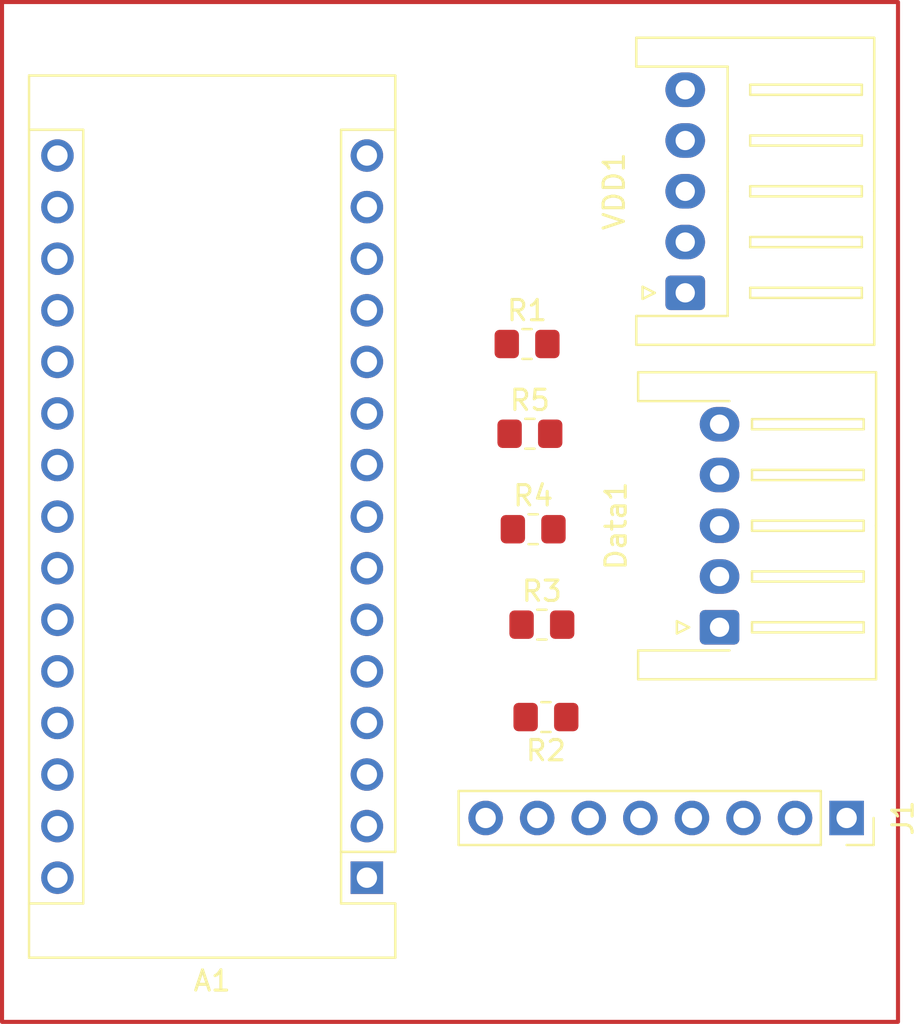
<source format=kicad_pcb>
(kicad_pcb (version 20211014) (generator pcbnew)
  (layers (0 "F.Cu" signal) (31 "B.Cu" signal) (34 "B.Paste" user) (35 "F.Paste" user) (36 "B.SilkS" user "B.Silkscreen") (37 "F.SilkS" user "F.Silkscreen") (38 "B.Mask" user) (39 "F.Mask" user) (44 "Edge.Cuts" user))
  (net 0 "")
  (net 17 "Net-(A1-Pad17)")
  (net 19 "Net-(A1-Pad19)")
  (net 20 "Net-(A1-Pad20)")
  (net 21 "Net-(A1-Pad21)")
  (net 22 "Net-(A1-Pad22)")
  (net 23 "Net-(A1-Pad23)")
  (net 24 "Net-(A1-Pad24)")
  (net 25 "Net-(A1-Pad25)")
  (net 27 "Net-(A1-Pad27)")
  (net 29 "Net-(A1-Pad29)")
  (footprint "Resistor_SMD:R_0805_2012Metric_Pad1.20x1.40mm_HandSolder" (layer "F.Cu") (at 154.85 92.57)
    (fp_text reference "R5" (at 0 -1.65) (layer "F.SilkS"))
    (fp_text value "220")
    (fp_line (start -0.227064 0.735) (end 0.227064 0.735) (layer "F.SilkS") (width 0.12))
    (fp_line (start -0.227064 -0.735) (end 0.227064 -0.735) (layer "F.SilkS") (width 0.12))
    (pad "1" smd roundrect (at -1 0) (size 1.2 1.4) (layers "F.Cu" "F.Paste" "F.Mask") (roundrect_rratio 0.208333) (net 22 "Net-(A1-Pad22)"))
    (pad "2" smd roundrect (at 1 0) (size 1.2 1.4) (layers "F.Cu" "F.Paste" "F.Mask") (roundrect_rratio 0.208333) (net 29 "Net-(A1-Pad29)"))
  )
  (footprint "Module:Arduino_Nano" (layer "F.Cu") (at 146.82 114.43 180)
    (fp_text reference "A1" (at 7.62 -5.08) (layer "F.SilkS"))
    (fp_text value "Arduino_Nano_v2.x")
    (fp_line (start 13.97 -1.27) (end 13.97 36.83) (layer "F.SilkS") (width 0.12))
    (fp_line (start 1.27 1.27) (end -1.4 1.27) (layer "F.SilkS") (width 0.12))
    (fp_line (start 1.27 36.83) (end -1.4 36.83) (layer "F.SilkS") (width 0.12))
    (fp_line (start 16.64 39.5) (end 16.64 -3.94) (layer "F.SilkS") (width 0.12))
    (fp_line (start 13.97 -1.27) (end 16.64 -1.27) (layer "F.SilkS") (width 0.12))
    (fp_line (start -1.4 39.5) (end 16.64 39.5) (layer "F.SilkS") (width 0.12))
    (fp_line (start 1.27 1.27) (end 1.27 -1.27) (layer "F.SilkS") (width 0.12))
    (fp_line (start 1.27 -1.27) (end -1.4 -1.27) (layer "F.SilkS") (width 0.12))
    (fp_line (start 1.27 1.27) (end 1.27 36.83) (layer "F.SilkS") (width 0.12))
    (fp_line (start -1.4 1.27) (end -1.4 39.5) (layer "F.SilkS") (width 0.12))
    (fp_line (start 13.97 36.83) (end 16.64 36.83) (layer "F.SilkS") (width 0.12))
    (fp_line (start 16.64 -3.94) (end -1.4 -3.94) (layer "F.SilkS") (width 0.12))
    (fp_line (start -1.4 -3.94) (end -1.4 -1.27) (layer "F.SilkS") (width 0.12))
    (pad "1" thru_hole rect (at 0 0 180) (size 1.6 1.6) (drill 1) (layers *.Cu *.Mask))
    (pad "2" thru_hole oval (at 0 2.54 180) (size 1.6 1.6) (drill 1) (layers *.Cu *.Mask))
    (pad "3" thru_hole oval (at 0 5.08 180) (size 1.6 1.6) (drill 1) (layers *.Cu *.Mask))
    (pad "4" thru_hole oval (at 0 7.62 180) (size 1.6 1.6) (drill 1) (layers *.Cu *.Mask))
    (pad "5" thru_hole oval (at 0 10.16 180) (size 1.6 1.6) (drill 1) (layers *.Cu *.Mask))
    (pad "6" thru_hole oval (at 0 12.7 180) (size 1.6 1.6) (drill 1) (layers *.Cu *.Mask))
    (pad "7" thru_hole oval (at 0 15.24 180) (size 1.6 1.6) (drill 1) (layers *.Cu *.Mask))
    (pad "8" thru_hole oval (at 0 17.78 180) (size 1.6 1.6) (drill 1) (layers *.Cu *.Mask))
    (pad "9" thru_hole oval (at 0 20.32 180) (size 1.6 1.6) (drill 1) (layers *.Cu *.Mask))
    (pad "10" thru_hole oval (at 0 22.86 180) (size 1.6 1.6) (drill 1) (layers *.Cu *.Mask))
    (pad "11" thru_hole oval (at 0 25.4 180) (size 1.6 1.6) (drill 1) (layers *.Cu *.Mask))
    (pad "12" thru_hole oval (at 0 27.94 180) (size 1.6 1.6) (drill 1) (layers *.Cu *.Mask))
    (pad "13" thru_hole oval (at 0 30.48 180) (size 1.6 1.6) (drill 1) (layers *.Cu *.Mask))
    (pad "14" thru_hole oval (at 0 33.02 180) (size 1.6 1.6) (drill 1) (layers *.Cu *.Mask))
    (pad "15" thru_hole oval (at 0 35.56 180) (size 1.6 1.6) (drill 1) (layers *.Cu *.Mask))
    (pad "16" thru_hole oval (at 15.24 35.56 180) (size 1.6 1.6) (drill 1) (layers *.Cu *.Mask))
    (pad "17" thru_hole oval (at 15.24 33.02 180) (size 1.6 1.6) (drill 1) (layers *.Cu *.Mask) (net 17 "Net-(A1-Pad17)"))
    (pad "18" thru_hole oval (at 15.24 30.48 180) (size 1.6 1.6) (drill 1) (layers *.Cu *.Mask))
    (pad "19" thru_hole oval (at 15.24 27.94 180) (size 1.6 1.6) (drill 1) (layers *.Cu *.Mask) (net 19 "Net-(A1-Pad19)"))
    (pad "20" thru_hole oval (at 15.24 25.4 180) (size 1.6 1.6) (drill 1) (layers *.Cu *.Mask) (net 20 "Net-(A1-Pad20)"))
    (pad "21" thru_hole oval (at 15.24 22.86 180) (size 1.6 1.6) (drill 1) (layers *.Cu *.Mask) (net 21 "Net-(A1-Pad21)"))
    (pad "22" thru_hole oval (at 15.24 20.32 180) (size 1.6 1.6) (drill 1) (layers *.Cu *.Mask) (net 22 "Net-(A1-Pad22)"))
    (pad "23" thru_hole oval (at 15.24 17.78 180) (size 1.6 1.6) (drill 1) (layers *.Cu *.Mask) (net 23 "Net-(A1-Pad23)"))
    (pad "24" thru_hole oval (at 15.24 15.24 180) (size 1.6 1.6) (drill 1) (layers *.Cu *.Mask) (net 24 "Net-(A1-Pad24)"))
    (pad "25" thru_hole oval (at 15.24 12.7 180) (size 1.6 1.6) (drill 1) (layers *.Cu *.Mask) (net 25 "Net-(A1-Pad25)"))
    (pad "26" thru_hole oval (at 15.24 10.16 180) (size 1.6 1.6) (drill 1) (layers *.Cu *.Mask))
    (pad "27" thru_hole oval (at 15.24 7.62 180) (size 1.6 1.6) (drill 1) (layers *.Cu *.Mask) (net 27 "Net-(A1-Pad27)"))
    (pad "28" thru_hole oval (at 15.24 5.08 180) (size 1.6 1.6) (drill 1) (layers *.Cu *.Mask))
    (pad "29" thru_hole oval (at 15.24 2.54 180) (size 1.6 1.6) (drill 1) (layers *.Cu *.Mask) (net 29 "Net-(A1-Pad29)"))
    (pad "30" thru_hole oval (at 15.24 0 180) (size 1.6 1.6) (drill 1) (layers *.Cu *.Mask))
  )
  (footprint "Resistor_SMD:R_0805_2012Metric_Pad1.20x1.40mm_HandSolder" (layer "F.Cu") (at 155.01 97.27)
    (fp_text reference "R4" (at 0 -1.65) (layer "F.SilkS"))
    (fp_text value "220")
    (fp_line (start -0.227064 -0.735) (end 0.227064 -0.735) (layer "F.SilkS") (width 0.12))
    (fp_line (start -0.227064 0.735) (end 0.227064 0.735) (layer "F.SilkS") (width 0.12))
    (pad "1" smd roundrect (at -1 0) (size 1.2 1.4) (layers "F.Cu" "F.Paste" "F.Mask") (roundrect_rratio 0.208333) (net 21 "Net-(A1-Pad21)"))
    (pad "2" smd roundrect (at 1 0) (size 1.2 1.4) (layers "F.Cu" "F.Paste" "F.Mask") (roundrect_rratio 0.208333) (net 29 "Net-(A1-Pad29)"))
  )
  (footprint "Resistor_SMD:R_0805_2012Metric_Pad1.20x1.40mm_HandSolder" (layer "F.Cu") (at 154.71 88.15)
    (fp_text reference "R1" (at 0 -1.65) (layer "F.SilkS"))
    (fp_text value "220")
    (fp_line (start -0.227064 0.735) (end 0.227064 0.735) (layer "F.SilkS") (width 0.12))
    (fp_line (start -0.227064 -0.735) (end 0.227064 -0.735) (layer "F.SilkS") (width 0.12))
    (pad "1" smd roundrect (at -1 0) (size 1.2 1.4) (layers "F.Cu" "F.Paste" "F.Mask") (roundrect_rratio 0.208333) (net 23 "Net-(A1-Pad23)"))
    (pad "2" smd roundrect (at 1 0) (size 1.2 1.4) (layers "F.Cu" "F.Paste" "F.Mask") (roundrect_rratio 0.208333) (net 29 "Net-(A1-Pad29)"))
  )
  (footprint "Connector_PinSocket_2.54mm:PinSocket_1x08_P2.54mm_Vertical" (layer "F.Cu") (at 170.45 111.49 -90)
    (fp_text reference "J1" (at 0 -2.77 90) (layer "F.SilkS"))
    (fp_text value "Conn_01x08_Female")
    (fp_line (start 1.33 -1.33) (end 1.33 0) (layer "F.SilkS") (width 0.12))
    (fp_line (start 0 -1.33) (end 1.33 -1.33) (layer "F.SilkS") (width 0.12))
    (fp_line (start -1.33 1.27) (end 1.33 1.27) (layer "F.SilkS") (width 0.12))
    (fp_line (start 1.33 1.27) (end 1.33 19.11) (layer "F.SilkS") (width 0.12))
    (fp_line (start -1.33 1.27) (end -1.33 19.11) (layer "F.SilkS") (width 0.12))
    (fp_line (start -1.33 19.11) (end 1.33 19.11) (layer "F.SilkS") (width 0.12))
    (pad "1" thru_hole rect (at 0 0 270) (size 1.7 1.7) (drill 1) (layers *.Cu *.Mask) (net 17 "Net-(A1-Pad17)"))
    (pad "2" thru_hole oval (at 0 2.54 270) (size 1.7 1.7) (drill 1) (layers *.Cu *.Mask) (net 29 "Net-(A1-Pad29)"))
    (pad "3" thru_hole oval (at 0 5.08 270) (size 1.7 1.7) (drill 1) (layers *.Cu *.Mask) (net 24 "Net-(A1-Pad24)"))
    (pad "4" thru_hole oval (at 0 7.62 270) (size 1.7 1.7) (drill 1) (layers *.Cu *.Mask) (net 25 "Net-(A1-Pad25)"))
    (pad "5" thru_hole oval (at 0 10.16 270) (size 1.7 1.7) (drill 1) (layers *.Cu *.Mask))
    (pad "6" thru_hole oval (at 0 12.7 270) (size 1.7 1.7) (drill 1) (layers *.Cu *.Mask))
    (pad "7" thru_hole oval (at 0 15.24 270) (size 1.7 1.7) (drill 1) (layers *.Cu *.Mask))
    (pad "8" thru_hole oval (at 0 17.78 270) (size 1.7 1.7) (drill 1) (layers *.Cu *.Mask))
  )
  (footprint "Resistor_SMD:R_0805_2012Metric_Pad1.20x1.40mm_HandSolder" (layer "F.Cu") (at 155.64 106.52 180)
    (fp_text reference "R2" (at 0 -1.65) (layer "F.SilkS"))
    (fp_text value "220")
    (fp_line (start -0.227064 0.735) (end 0.227064 0.735) (layer "F.SilkS") (width 0.12))
    (fp_line (start -0.227064 -0.735) (end 0.227064 -0.735) (layer "F.SilkS") (width 0.12))
    (pad "1" smd roundrect (at -1 0 180) (size 1.2 1.4) (layers "F.Cu" "F.Paste" "F.Mask") (roundrect_rratio 0.208333) (net 19 "Net-(A1-Pad19)"))
    (pad "2" smd roundrect (at 1 0 180) (size 1.2 1.4) (layers "F.Cu" "F.Paste" "F.Mask") (roundrect_rratio 0.208333) (net 29 "Net-(A1-Pad29)"))
  )
  (footprint "Connector_JST:JST_XH_S5B-XH-A_1x05_P2.50mm_Horizontal" (layer "F.Cu") (at 162.5 85.63 90)
    (fp_text reference "VDD1" (at 5 -3.5 90) (layer "F.SilkS"))
    (fp_text value "Conn_01x05_Male")
    (fp_line (start -0.25 3.2) (end -0.25 8.7) (layer "F.SilkS") (width 0.12))
    (fp_line (start -2.56 -2.41) (end -1.14 -2.41) (layer "F.SilkS") (width 0.12))
    (fp_line (start 4.75 3.2) (end 4.75 8.7) (layer "F.SilkS") (width 0.12))
    (fp_line (start 0.25 3.2) (end -0.25 3.2) (layer "F.SilkS") (width 0.12))
    (fp_line (start 11.14 -2.41) (end 11.14 2.09) (layer "F.SilkS") (width 0.12))
    (fp_line (start 9.75 3.2) (end 9.75 8.7) (layer "F.SilkS") (width 0.12))
    (fp_line (start -2.56 9.31) (end -2.56 -2.41) (layer "F.SilkS") (width 0.12))
    (fp_line (start 0.25 8.7) (end 0.25 3.2) (layer "F.SilkS") (width 0.12))
    (fp_line (start -0.3 -2.1) (end 0.3 -2.1) (layer "F.SilkS") (width 0.12))
    (fp_line (start 12.56 9.31) (end 12.56 -2.41) (layer "F.SilkS") (width 0.12))
    (fp_line (start -1.14 -2.41) (end -1.14 2.09) (layer "F.SilkS") (width 0.12))
    (fp_line (start 4.75 8.7) (end 5.25 8.7) (layer "F.SilkS") (width 0.12))
    (fp_line (start 7.75 8.7) (end 7.75 3.2) (layer "F.SilkS") (width 0.12))
    (fp_line (start 0.3 -2.1) (end 0 -1.5) (layer "F.SilkS") (width 0.12))
    (fp_line (start -1.14 2.09) (end 5 2.09) (layer "F.SilkS") (width 0.12))
    (fp_line (start 11.14 2.09) (end 5 2.09) (layer "F.SilkS") (width 0.12))
    (fp_line (start 7.75 3.2) (end 7.25 3.2) (layer "F.SilkS") (width 0.12))
    (fp_line (start 0 -1.5) (end -0.3 -2.1) (layer "F.SilkS") (width 0.12))
    (fp_line (start 2.25 8.7) (end 2.75 8.7) (layer "F.SilkS") (width 0.12))
    (fp_line (start 7.25 3.2) (end 7.25 8.7) (layer "F.SilkS") (width 0.12))
    (fp_line (start 5.25 8.7) (end 5.25 3.2) (layer "F.SilkS") (width 0.12))
    (fp_line (start 10.25 3.2) (end 9.75 3.2) (layer "F.SilkS") (width 0.12))
    (fp_line (start 5 9.31) (end 12.56 9.31) (layer "F.SilkS") (width 0.12))
    (fp_line (start 5 9.31) (end -2.56 9.31) (layer "F.SilkS") (width 0.12))
    (fp_line (start 5.25 3.2) (end 4.75 3.2) (layer "F.SilkS") (width 0.12))
    (fp_line (start 2.75 8.7) (end 2.75 3.2) (layer "F.SilkS") (width 0.12))
    (fp_line (start 10.25 8.7) (end 10.25 3.2) (layer "F.SilkS") (width 0.12))
    (fp_line (start -0.25 8.7) (end 0.25 8.7) (layer "F.SilkS") (width 0.12))
    (fp_line (start 2.75 3.2) (end 2.25 3.2) (layer "F.SilkS") (width 0.12))
    (fp_line (start 12.56 -2.41) (end 11.14 -2.41) (layer "F.SilkS") (width 0.12))
    (fp_line (start 2.25 3.2) (end 2.25 8.7) (layer "F.SilkS") (width 0.12))
    (fp_line (start 9.75 8.7) (end 10.25 8.7) (layer "F.SilkS") (width 0.12))
    (fp_line (start 7.25 8.7) (end 7.75 8.7) (layer "F.SilkS") (width 0.12))
    (pad "1" thru_hole roundrect (at 0 0 90) (size 1.7 1.95) (drill 0.95) (layers *.Cu *.Mask) (roundrect_rratio 0.147059) (net 27 "Net-(A1-Pad27)"))
    (pad "2" thru_hole oval (at 2.5 0 90) (size 1.7 1.95) (drill 0.95) (layers *.Cu *.Mask) (net 27 "Net-(A1-Pad27)"))
    (pad "3" thru_hole oval (at 5 0 90) (size 1.7 1.95) (drill 0.95) (layers *.Cu *.Mask) (net 27 "Net-(A1-Pad27)"))
    (pad "4" thru_hole oval (at 7.5 0 90) (size 1.7 1.95) (drill 0.95) (layers *.Cu *.Mask) (net 27 "Net-(A1-Pad27)"))
    (pad "5" thru_hole oval (at 10 0 90) (size 1.7 1.95) (drill 0.95) (layers *.Cu *.Mask) (net 27 "Net-(A1-Pad27)"))
  )
  (footprint "Resistor_SMD:R_0805_2012Metric_Pad1.20x1.40mm_HandSolder" (layer "F.Cu") (at 155.44 101.97)
    (fp_text reference "R3" (at 0 -1.65) (layer "F.SilkS"))
    (fp_text value "220")
    (fp_line (start -0.227064 0.735) (end 0.227064 0.735) (layer "F.SilkS") (width 0.12))
    (fp_line (start -0.227064 -0.735) (end 0.227064 -0.735) (layer "F.SilkS") (width 0.12))
    (pad "1" smd roundrect (at -1 0) (size 1.2 1.4) (layers "F.Cu" "F.Paste" "F.Mask") (roundrect_rratio 0.208333) (net 20 "Net-(A1-Pad20)"))
    (pad "2" smd roundrect (at 1 0) (size 1.2 1.4) (layers "F.Cu" "F.Paste" "F.Mask") (roundrect_rratio 0.208333) (net 29 "Net-(A1-Pad29)"))
  )
  (footprint "Connector_JST:JST_XH_S5B-XH-A-1_1x05_P2.50mm_Horizontal" (layer "F.Cu") (at 164.19 102.1 90)
    (fp_text reference "Data1" (at 5 -5.1 90) (layer "F.SilkS"))
    (fp_text value "Conn_01x05_Male")
    (fp_line (start 7.25 1.6) (end 7.25 7.1) (layer "F.SilkS") (width 0.12))
    (fp_line (start 2.75 1.6) (end 2.25 1.6) (layer "F.SilkS") (width 0.12))
    (fp_line (start 11.14 -4.01) (end 11.14 0.49) (layer "F.SilkS") (width 0.12))
    (fp_line (start 0.25 7.1) (end 0.25 1.6) (layer "F.SilkS") (width 0.12))
    (fp_line (start 0.25 1.6) (end -0.25 1.6) (layer "F.SilkS") (width 0.12))
    (fp_line (start 4.75 7.1) (end 5.25 7.1) (layer "F.SilkS") (width 0.12))
    (fp_line (start 0.3 -2.1) (end 0 -1.5) (layer "F.SilkS") (width 0.12))
    (fp_line (start 5.25 1.6) (end 4.75 1.6) (layer "F.SilkS") (width 0.12))
    (fp_line (start -0.3 -2.1) (end 0.3 -2.1) (layer "F.SilkS") (width 0.12))
    (fp_line (start 2.25 1.6) (end 2.25 7.1) (layer "F.SilkS") (width 0.12))
    (fp_line (start 10.25 1.6) (end 9.75 1.6) (layer "F.SilkS") (width 0.12))
    (fp_line (start 5 7.71) (end -2.56 7.71) (layer "F.SilkS") (width 0.12))
    (fp_line (start 5.25 7.1) (end 5.25 1.6) (layer "F.SilkS") (width 0.12))
    (fp_line (start 9.75 7.1) (end 10.25 7.1) (layer "F.SilkS") (width 0.12))
    (fp_line (start 2.75 7.1) (end 2.75 1.6) (layer "F.SilkS") (width 0.12))
    (fp_line (start 5 7.71) (end 12.56 7.71) (layer "F.SilkS") (width 0.12))
    (fp_line (start 4.75 1.6) (end 4.75 7.1) (layer "F.SilkS") (width 0.12))
    (fp_line (start 12.56 7.71) (end 12.56 -4.01) (layer "F.SilkS") (width 0.12))
    (fp_line (start 2.25 7.1) (end 2.75 7.1) (layer "F.SilkS") (width 0.12))
    (fp_line (start 7.25 7.1) (end 7.75 7.1) (layer "F.SilkS") (width 0.12))
    (fp_line (start -0.25 7.1) (end 0.25 7.1) (layer "F.SilkS") (width 0.12))
    (fp_line (start -0.25 1.6) (end -0.25 7.1) (layer "F.SilkS") (width 0.12))
    (fp_line (start 7.75 7.1) (end 7.75 1.6) (layer "F.SilkS") (width 0.12))
    (fp_line (start -1.14 -4.01) (end -1.14 0.49) (layer "F.SilkS") (width 0.12))
    (fp_line (start 10.25 7.1) (end 10.25 1.6) (layer "F.SilkS") (width 0.12))
    (fp_line (start 9.75 1.6) (end 9.75 7.1) (layer "F.SilkS") (width 0.12))
    (fp_line (start 7.75 1.6) (end 7.25 1.6) (layer "F.SilkS") (width 0.12))
    (fp_line (start 0 -1.5) (end -0.3 -2.1) (layer "F.SilkS") (width 0.12))
    (fp_line (start 12.56 -4.01) (end 11.14 -4.01) (layer "F.SilkS") (width 0.12))
    (fp_line (start -2.56 7.71) (end -2.56 -4.01) (layer "F.SilkS") (width 0.12))
    (fp_line (start -2.56 -4.01) (end -1.14 -4.01) (layer "F.SilkS") (width 0.12))
    (pad "1" thru_hole roundrect (at 0 0 90) (size 1.7 1.95) (drill 0.95) (layers *.Cu *.Mask) (roundrect_rratio 0.147059) (net 19 "Net-(A1-Pad19)"))
    (pad "2" thru_hole oval (at 2.5 0 90) (size 1.7 1.95) (drill 0.95) (layers *.Cu *.Mask) (net 20 "Net-(A1-Pad20)"))
    (pad "3" thru_hole oval (at 5 0 90) (size 1.7 1.95) (drill 0.95) (layers *.Cu *.Mask) (net 21 "Net-(A1-Pad21)"))
    (pad "4" thru_hole oval (at 7.5 0 90) (size 1.7 1.95) (drill 0.95) (layers *.Cu *.Mask) (net 22 "Net-(A1-Pad22)"))
    (pad "5" thru_hole oval (at 10 0 90) (size 1.7 1.95) (drill 0.95) (layers *.Cu *.Mask) (net 23 "Net-(A1-Pad23)"))
  )
  (gr_rect (start 128.85 71.31) (end 172.98 121.53) (layer "F.Cu") (width 0.2) (fill none))
)
</source>
